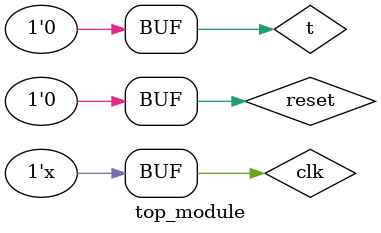
<source format=v>
/*
You are given a T flip-flop module with the following declaration:

module tff (
    input clk,
    input reset,   // active-high synchronous reset
    input t,       // toggle
    output q
);
Write a testbench that instantiates one tff and will reset the T flip-flop then toggle it to the "1" state.
*/


module top_module ();

    reg t;
    reg reset;
    reg clk;
    wire q;
    initial begin
        t = 0;
        clk = 0;
        reset = 1;

        #10 reset = 0;
        t = 1;

        #10 t = 0;

    end

    always begin
        #5 clk = !clk;
    end

    tff tff_mod (
        .clk(clk),
        .reset(reset),
        .t(t),
        .q(q)
    );

endmodule
</source>
